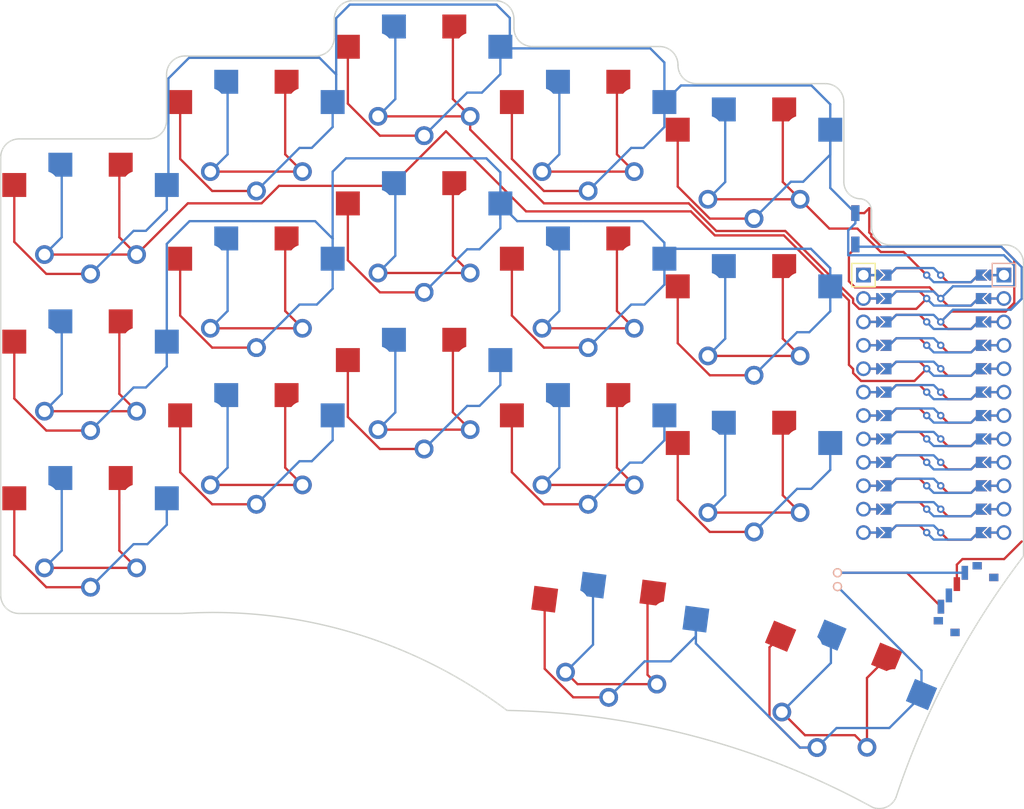
<source format=kicad_pcb>
(kicad_pcb (version 20211014) (generator pcbnew)
  (title_block (title "lazy_ferris") (rev "v1.0.0") (company "Unknown"))
  (layers (0 "F.Cu" signal) (31 "B.Cu" signal) (34 "B.Paste" user) (35 "F.Paste" user) (36 "B.SilkS" user "B.Silkscreen") (37 "F.SilkS" user "F.Silkscreen") (38 "B.Mask" user) (39 "F.Mask" user) (44 "Edge.Cuts" user))
  (net 0 "")
  (net 1 "P8")
  (net 2 "GND")
  (net 3 "P5")
  (net 4 "P2")
  (net 5 "P14")
  (net 6 "P18")
  (net 7 "P20")
  (net 8 "P7")
  (net 9 "P4")
  (net 10 "P0")
  (net 11 "P15")
  (net 12 "P19")
  (net 13 "P21")
  (net 14 "P6")
  (net 15 "P3")
  (net 16 "P1")
  (net 17 "P9")
  (net 18 "P10")
  (net 19 "RAW")
  (net 20 "RST")
  (net 21 "VCC")
  (net 22 "P16")
  (net 23 "pos")
  (footprint "lib:bat" (layer "F.Cu") (at 99.06 5.08)
    (fp_text reference "")
    (fp_text value "")
  )
  (footprint "PG1350" (layer "F.Cu") (at 72 -43)
    (fp_text reference "S23" hide)
    (fp_text value "" hide)
  )
  (footprint "Button_Switch_SMD:SW_SPST_B3U-1000P" (layer "F.Cu") (at 101 -33 90)
    (fp_text reference "")
    (fp_text value "")
  )
  (footprint "PG1350" (layer "F.Cu") (at 72 -9 180)
    (fp_text reference "S20" hide)
    (fp_text value "" hide)
  )
  (footprint "PG1350" (layer "F.Cu") (at 75 12 172.5)
    (fp_text reference "S32" hide)
    (fp_text value "" hide)
  )
  (footprint "PG1350" (layer "F.Cu") (at 54.2 -49 180)
    (fp_text reference "S18" hide)
    (fp_text value "" hide)
  )
  (footprint "PG1350" (layer "F.Cu") (at 36 -26)
    (fp_text reference "S9" hide)
    (fp_text value "" hide)
  )
  (footprint "PG1350" (layer "F.Cu") (at 72 -43 180)
    (fp_text reference "S24" hide)
    (fp_text value "" hide)
  )
  (footprint "PG1350" (layer "F.Cu") (at 72 -26 180)
    (fp_text reference "S22" hide)
    (fp_text value "" hide)
  )
  (footprint "PG1350" (layer "F.Cu") (at 18 -34 180)
    (fp_text reference "S6" hide)
    (fp_text value "" hide)
  )
  (footprint "PG1350" (layer "F.Cu") (at 90 -40 180)
    (fp_text reference "S30" hide)
    (fp_text value "" hide)
  )
  (footprint "PG1350" (layer "F.Cu") (at 54.2 -49)
    (fp_text reference "S17" hide)
    (fp_text value "" hide)
  )
  (footprint "PG1350" (layer "F.Cu") (at 90 -40)
    (fp_text reference "S29" hide)
    (fp_text value "" hide)
  )
  (footprint "PG1350" (layer "F.Cu") (at 75 12 -7.5)
    (fp_text reference "S31" hide)
    (fp_text value "" hide)
  )
  (footprint "PG1350" (layer "F.Cu") (at 54.2 -32)
    (fp_text reference "S15" hide)
    (fp_text value "" hide)
  )
  (footprint "PG1350" (layer "F.Cu") (at 18 -17)
    (fp_text reference "S3" hide)
    (fp_text value "" hide)
  )
  (footprint "PG1350" (layer "F.Cu") (at 72 -9)
    (fp_text reference "S19" hide)
    (fp_text value "" hide)
  )
  (footprint "PG1350" (layer "F.Cu") (at 54.2 -15 180)
    (fp_text reference "S14" hide)
    (fp_text value "" hide)
  )
  (footprint "PG1350" (layer "F.Cu") (at 36 -43)
    (fp_text reference "S11" hide)
    (fp_text value "" hide)
  )
  (footprint "PG1350" (layer "F.Cu") (at 36 -26 180)
    (fp_text reference "S10" hide)
    (fp_text value "" hide)
  )
  (footprint "PG1350" (layer "F.Cu") (at 18 -34)
    (fp_text reference "S5" hide)
    (fp_text value "" hide)
  )
  (footprint "PG1350" (layer "F.Cu") (at 18 0)
    (fp_text reference "S1" hide)
    (fp_text value "" hide)
  )
  (footprint "PG1350" (layer "F.Cu") (at 90 -6)
    (fp_text reference "S25" hide)
    (fp_text value "" hide)
  )
  (footprint "PG1350" (layer "F.Cu") (at 72 -26)
    (fp_text reference "S21" hide)
    (fp_text value "" hide)
  )
  (footprint "PG1350" (layer "F.Cu") (at 36 -9)
    (fp_text reference "S7" hide)
    (fp_text value "" hide)
  )
  (footprint "PG1350" (layer "F.Cu") (at 18 -17 180)
    (fp_text reference "S4" hide)
    (fp_text value "" hide)
  )
  (footprint "PG1350" (layer "F.Cu") (at 90 -23)
    (fp_text reference "S27" hide)
    (fp_text value "" hide)
  )
  (footprint "PG1350" (layer "F.Cu") (at 54.2 -32 180)
    (fp_text reference "S16" hide)
    (fp_text value "" hide)
  )
  (footprint "PG1350" (layer "F.Cu") (at 36 -9 180)
    (fp_text reference "S8" hide)
    (fp_text value "" hide)
  )
  (footprint "PG1350" (layer "F.Cu") (at 99.094915 17.848125 -22.5)
    (fp_text reference "S33" hide)
    (fp_text value "" hide)
  )
  (footprint "PG1350" (layer "F.Cu") (at 99.094915 17.848125 157.5)
    (fp_text reference "S34" hide)
    (fp_text value "" hide)
  )
  (footprint "PG1350" (layer "F.Cu") (at 18 0 180)
    (fp_text reference "S2" hide)
    (fp_text value "" hide)
  )
  (footprint "ProMicro" (layer "F.Cu") (at 109.5 -14 -90)
    (fp_text reference "MCU1" hide)
    (fp_text value "")
  )
  (footprint "PG1350" (layer "F.Cu") (at 90 -23 180)
    (fp_text reference "S28" hide)
    (fp_text value "" hide)
  )
  (footprint "Button_Switch_SMD:SW_SPDT_PCM12" (layer "F.Cu") (at 112.75 7 54.8)
    (fp_text reference "")
    (fp_text value "")
  )
  (footprint "PG1350" (layer "F.Cu") (at 36 -43 180)
    (fp_text reference "S12" hide)
    (fp_text value "" hide)
  )
  (footprint "PG1350" (layer "F.Cu") (at 90 -6 180)
    (fp_text reference "S26" hide)
    (fp_text value "" hide)
  )
  (footprint "PG1350" (layer "F.Cu") (at 54.2 -15)
    (fp_text reference "S13" hide)
    (fp_text value "" hide)
  )
  (gr_line (start 63.95 -55.75) (end 63.95 -54.775) (layer "Edge.Cuts") (width 0.15))
  (gr_arc (start 101.6 -36.25) (mid 102.421711 -35.811579) (end 102.75 -34.94) (layer "Edge.Cuts") (width 0.15))
  (gr_arc (start 27.94 8.75) (mid 46.510809 10.85806) (end 63.199863 19.271986) (layer "Edge.Cuts") (width 0.15))
  (gr_line (start 104.75 -31.25) (end 117.25 -31.25) (layer "Edge.Cuts") (width 0.15))
  (gr_line (start 10.25 -42.75) (end 24.25 -42.75) (layer "Edge.Cuts") (width 0.15))
  (gr_line (start 44.45 -53.75) (end 44.45 -55.75) (layer "Edge.Cuts") (width 0.15))
  (gr_line (start 26.25 -44.75) (end 26.25 -49.75) (layer "Edge.Cuts") (width 0.15))
  (gr_arc (start 117.25 -31.25) (mid 118.664214 -30.664214) (end 119.25 -29.25) (layer "Edge.Cuts") (width 0.15))
  (gr_arc (start 44.45 -53.75) (mid 43.864214 -52.335786) (end 42.45 -51.75) (layer "Edge.Cuts") (width 0.15))
  (gr_arc (start 63.199863 19.271986) (mid 83.674597 22.11679) (end 102.87 29.787784) (layer "Edge.Cuts") (width 0.15))
  (gr_arc (start 44.45 -55.75) (mid 45.035786 -57.164214) (end 46.45 -57.75) (layer "Edge.Cuts") (width 0.15))
  (gr_line (start 99.75 -38.0678) (end 99.75 -46.75) (layer "Edge.Cuts") (width 0.15))
  (gr_arc (start 101.6 -36.25) (mid 100.298233 -36.775459) (end 99.75 -38.0678) (layer "Edge.Cuts") (width 0.15))
  (gr_arc (start 61.95 -57.75) (mid 63.364214 -57.164214) (end 63.95 -55.75) (layer "Edge.Cuts") (width 0.15))
  (gr_arc (start 10.25 8.75) (mid 8.835786 8.164214) (end 8.25 6.75) (layer "Edge.Cuts") (width 0.15))
  (gr_line (start 8.25 6.75) (end 8.25 -40.75) (layer "Edge.Cuts") (width 0.15))
  (gr_line (start 102.75 -34.94) (end 102.75 -33.25) (layer "Edge.Cuts") (width 0.15))
  (gr_line (start 46.45 -57.75) (end 61.95 -57.75) (layer "Edge.Cuts") (width 0.15))
  (gr_arc (start 8.25 -40.75) (mid 8.835786 -42.164214) (end 10.25 -42.75) (layer "Edge.Cuts") (width 0.15))
  (gr_line (start 81.75 -50.775) (end 81.75 -50.75) (layer "Edge.Cuts") (width 0.15))
  (gr_arc (start 104.75 -31.25) (mid 103.335786 -31.835786) (end 102.75 -33.25) (layer "Edge.Cuts") (width 0.15))
  (gr_arc (start 97.75 -48.75) (mid 99.164214 -48.164214) (end 99.75 -46.75) (layer "Edge.Cuts") (width 0.15))
  (gr_line (start 83.75 -48.75) (end 97.75 -48.75) (layer "Edge.Cuts") (width 0.15))
  (gr_arc (start 105.41 28.705391) (mid 111.24757 15.045223) (end 119.25 2.529692) (layer "Edge.Cuts") (width 0.15))
  (gr_arc (start 65.95 -52.775) (mid 64.535786 -53.360786) (end 63.95 -54.775) (layer "Edge.Cuts") (width 0.15))
  (gr_line (start 10.25 8.75) (end 27.94 8.75) (layer "Edge.Cuts") (width 0.15))
  (gr_arc (start 105.41 28.705391) (mid 104.360858 29.764865) (end 102.87 29.787784) (layer "Edge.Cuts") (width 0.15))
  (gr_arc (start 83.75 -48.75) (mid 82.335786 -49.335786) (end 81.75 -50.75) (layer "Edge.Cuts") (width 0.15))
  (gr_arc (start 26.25 -49.75) (mid 26.835786 -51.164214) (end 28.25 -51.75) (layer "Edge.Cuts") (width 0.15))
  (gr_arc (start 79.75 -52.775) (mid 81.164214 -52.189214) (end 81.75 -50.775) (layer "Edge.Cuts") (width 0.15))
  (gr_line (start 28.25 -51.75) (end 42.45 -51.75) (layer "Edge.Cuts") (width 0.15))
  (gr_arc (start 26.25 -44.75) (mid 25.664214 -43.335786) (end 24.25 -42.75) (layer "Edge.Cuts") (width 0.15))
  (gr_line (start 119.25 2.529692) (end 119.25 -29.25) (layer "Edge.Cuts") (width 0.15))
  (gr_line (start 65.95 -52.775) (end 79.75 -52.775) (layer "Edge.Cuts") (width 0.15))
  (segment (start 21.275 -5.95) (end 21.124999 -5.799999) (width 0.25) (layer "F.Cu") (net 1))
  (segment (start 21.124999 1.924999) (end 23 3.8) (width 0.25) (layer "F.Cu") (net 1))
  (segment (start 23 3.8) (end 13 3.8) (width 0.25) (layer "F.Cu") (net 1))
  (segment (start 21.124999 -5.799999) (end 21.124999 1.924999) (width 0.25) (layer "F.Cu") (net 1))
  (segment (start 14.875001 -5.799999) (end 14.875001 1.924999) (width 0.25) (layer "B.Cu") (net 1))
  (segment (start 14.725 -5.95) (end 14.875001 -5.799999) (width 0.25) (layer "B.Cu") (net 1))
  (segment (start 14.875001 1.924999) (end 13 3.8) (width 0.25) (layer "B.Cu") (net 1))
  (segment (start 31.203539 -3.1) (end 27.725 -6.578539) (width 0.25) (layer "F.Cu") (net 2))
  (segment (start 70.38498 17.849525) (end 67.285267 14.749812) (width 0.25) (layer "F.Cu") (net 2))
  (segment (start 31.203539 -37.1) (end 27.725 -40.578539) (width 0.25) (layer "F.Cu") (net 2))
  (segment (start 13.203539 -11.1) (end 9.725 -14.578539) (width 0.25) (layer "F.Cu") (net 2))
  (segment (start 63.725 -23.578539) (end 63.725 -29.75) (width 0.25) (layer "F.Cu") (net 2))
  (segment (start 85.203539 -34.1) (end 81.725 -37.578539) (width 0.25) (layer "F.Cu") (net 2))
  (segment (start 45.925 -12.578539) (end 45.925 -18.75) (width 0.25) (layer "F.Cu") (net 2))
  (segment (start 101 -31.3) (end 101 -30.9) (width 0.25) (layer "F.Cu") (net 2))
  (segment (start 18 -11.1) (end 13.203539 -11.1) (width 0.25) (layer "F.Cu") (net 2))
  (segment (start 94.978423 23.299014) (end 91.68032 20.000911) (width 0.25) (layer "F.Cu") (net 2))
  (segment (start 13.203539 -28.1) (end 9.725 -31.578539) (width 0.25) (layer "F.Cu") (net 2))
  (segment (start 45.925 -46.578539) (end 45.925 -52.75) (width 0.25) (layer "F.Cu") (net 2))
  (segment (start 100.958 -26.642) (end 109.05 -26.642) (width 0.25) (layer "F.Cu") (net 2))
  (segment (start 109.05 -26.642) (end 110.262 -25.43) (width 0.25) (layer "F.Cu") (net 2))
  (segment (start 67.203539 -37.1) (end 63.725 -40.578539) (width 0.25) (layer "F.Cu") (net 2))
  (segment (start 72 -3.1) (end 67.203539 -3.1) (width 0.25) (layer "F.Cu") (net 2))
  (segment (start 67.203539 -20.1) (end 63.725 -23.578539) (width 0.25) (layer "F.Cu") (net 2))
  (segment (start 100.3 -27.3) (end 100.958 -26.642) (width 0.25) (layer "F.Cu") (net 2))
  (segment (start 74.229895 17.849525) (end 70.38498 17.849525) (width 0.25) (layer "F.Cu") (net 2))
  (segment (start 31.203539 -20.1) (end 27.725 -23.578539) (width 0.25) (layer "F.Cu") (net 2))
  (segment (start 96.837083 23.299014) (end 94.978423 23.299014) (width 0.25) (layer "F.Cu") (net 2))
  (segment (start 91.68032 12.421426) (end 92.884875 11.216871) (width 0.25) (layer "F.Cu") (net 2))
  (segment (start 81.725 -3.578539) (end 81.725 -9.75) (width 0.25) (layer "F.Cu") (net 2))
  (segment (start 27.725 -40.578539) (end 27.725 -46.75) (width 0.25) (layer "F.Cu") (net 2))
  (segment (start 63.725 -40.578539) (end 63.725 -46.75) (width 0.25) (layer "F.Cu") (net 2))
  (segment (start 9.725 2.421461) (end 9.725 -3.75) (width 0.25) (layer "F.Cu") (net 2))
  (segment (start 100.3 -30.2) (end 100.3 -27.3) (width 0.25) (layer "F.Cu") (net 2))
  (segment (start 54.2 -9.1) (end 49.403539 -9.1) (width 0.25) (layer "F.Cu") (net 2))
  (segment (start 90 -0.1) (end 85.203539 -0.1) (width 0.25) (layer "F.Cu") (net 2))
  (segment (start 13.203539 5.9) (end 9.725 2.421461) (width 0.25) (layer "F.Cu") (net 2))
  (segment (start 49.403539 -43.1) (end 45.925 -46.578539) (width 0.25) (layer "F.Cu") (net 2))
  (segment (start 81.725 -37.578539) (end 81.725 -43.75) (width 0.25) (layer "F.Cu") (net 2))
  (segment (start 36 -37.1) (end 31.203539 -37.1) (width 0.25) (layer "F.Cu") (net 2))
  (segment (start 18 5.9) (end 13.203539 5.9) (width 0.25) (layer "F.Cu") (net 2))
  (segment (start 90 -17.1) (end 85.203539 -17.1) (width 0.25) (layer "F.Cu") (net 2))
  (segment (start 36 -20.1) (end 31.203539 -20.1) (width 0.25) (layer "F.Cu") (net 2))
  (segment (start 45.925 -29.578539) (end 45.925 -35.75) (width 0.25) (layer "F.Cu") (net 2))
  (segment (start 63.725 -6.578539) (end 63.725 -12.75) (width 0.25) (layer "F.Cu") (net 2))
  (segment (start 67.285267 14.749812) (end 67.285267 7.201978) (width 0.25) (layer "F.Cu") (net 2))
  (segment (start 54.2 -26.1) (end 49.403539 -26.1) (width 0.25) (layer "F.Cu") (net 2))
  (segment (start 9.725 -14.578539) (end 9.725 -20.75) (width 0.25) (layer "F.Cu") (net 2))
  (segment (start 85.203539 -0.1) (end 81.725 -3.578539) (width 0.25) (layer "F.Cu") (net 2))
  (segment (start 49.403539 -26.1) (end 45.925 -29.578539) (width 0.25) (layer "F.Cu") (net 2))
  (segment (start 9.725 -31.578539) (end 9.725 -37.75) (width 0.25) (layer "F.Cu") (net 2))
  (segment (start 36 -3.1) (end 31.203539 -3.1) (width 0.25) (layer "F.Cu") (net 2))
  (segment (start 91.68032 20.000911) (end 91.68032 12.421426) (width 0.25) (layer "F.Cu") (net 2))
  (segment (start 81.725 -20.578539) (end 81.725 -26.75) (width 0.25) (layer "F.Cu") (net 2))
  (segment (start 101 -30.9) (end 100.3 -30.2) (width 0.25) (layer "F.Cu") (net 2))
  (segment (start 72 -37.1) (end 67.203539 -37.1) (width 0.25) (layer "F.Cu") (net 2))
  (segment (start 85.203539 -17.1) (end 81.725 -20.578539) (width 0.25) (layer "F.Cu") (net 2))
  (segment (start 27.725 -23.578539) (end 27.725 -29.75) (width 0.25) (layer "F.Cu") (net 2))
  (segment (start 54.2 -43.1) (end 49.403539 -43.1) (width 0.25) (layer "F.Cu") (net 2))
  (segment (start 67.203539 -3.1) (end 63.725 -6.578539) (width 0.25) (layer "F.Cu") (net 2))
  (segment (start 72 -20.1) (end 67.203539 -20.1) (width 0.25) (layer "F.Cu") (net 2))
  (segment (start 90 -34.1) (end 85.203539 -34.1) (width 0.25) (layer "F.Cu") (net 2))
  (segment (start 49.403539 -9.1) (end 45.925 -12.578539) (width 0.25) (layer "F.Cu") (net 2))
  (segment (start 27.725 -6.578539) (end 27.725 -12.75) (width 0.25) (layer "F.Cu") (net 2))
  (segment (start 18 -28.1) (end 13.203539 -28.1) (width 0.25) (layer "F.Cu") (net 2))
  (segment (start 42.007785 -41.774099) (end 44.275 -44.041314) (width 0.25) (layer "B.Cu") (net 2))
  (segment (start 101 -34.7) (end 101 -33.6) (width 0.25) (layer "B.Cu") (net 2))
  (segment (start 94 -38.1) (end 90 -34.1) (width 0.25) (layer "B.Cu") (net 2))
  (segment (start 83.693679 9.362186) (end 83.693679 11.210848) (width 0.25) (layer "B.Cu") (net 2))
  (segment (start 45.72 -40.64) (end 60.96 -40.64) (width 0.25) (layer "B.Cu") (net 2))
  (segment (start 24.007785 -15.774099) (end 26.275 -18.041314) (width 0.25) (layer "B.Cu") (net 2))
  (segment (start 58.874099 -47.774099) (end 60.474099 -47.774099) (width 0.25) (layer "B.Cu") (net 2))
  (segment (start 26.45 -37.925) (end 26.45 -49.31) (width 0.25) (layer "B.Cu") (net 2))
  (segment (start 44.275 -31.925) (end 44.275 -29.75) (width 0.25) (layer "B.Cu") (net 2))
  (segment (start 77.934999 -33.825001) (end 80.275 -31.485) (width 0.25) (layer "B.Cu") (net 2))
  (segment (start 18 5.9) (end 22.674099 1.225901) (width 0.25) (layer "B.Cu") (net 2))
  (segment (start 78.114099 -24.774099) (end 76.674099 -24.774099) (width 0.25) (layer "B.Cu") (net 2))
  (segment (start 104.684037 21.178785) (end 98.957312 21.178785) (width 0.25) (layer "B.Cu") (net 2))
  (segment (start 26.45 -49.31) (end 28.69 -51.55) (width 0.25) (layer "B.Cu") (net 2))
  (segment (start 58.874099 -30.774099) (end 60.207785 -30.774099) (width 0.25) (layer "B.Cu") (net 2))
  (segment (start 111.586 -26.754) (end 110.262 -25.43) (width 0.25) (layer "B.Cu") (net 2))
  (segment (start 76.52 -7.62) (end 72 -3.1) (width 0.25) (layer "B.Cu") (net 2))
  (segment (start 76.674099 -24.774099) (end 72 -20.1) (width 0.25) (layer "B.Cu") (net 2))
  (segment (start 96.007785 -21.774099) (end 98.275 -24.041314) (width 0.25) (layer "B.Cu") (net 2))
  (segment (start 60.207785 -13.774099) (end 62.475 -16.041314) (width 0.25) (layer "B.Cu") (net 2))
  (segment (start 36 -3.1) (end 40.674099 -7.774099) (width 0.25) (layer "B.Cu") (net 2))
  (segment (start 40.674099 -7.774099) (end 42.007785 -7.774099) (width 0.25) (layer "B.Cu") (net 2))
  (segment (start 96.214099 -4.774099) (end 94.674099 -4.774099) (width 0.25) (layer "B.Cu") (net 2))
  (segment (start 44.275 -44.041314) (end 44.275 -46.75) (width 0.25) (layer "B.Cu") (net 2))
  (segment (start 98.957312 21.178785) (end 96.837083 23.299014) (width 0.25) (layer "B.Cu") (net 2))
  (segment (start 44.275 -26.495) (end 44.275 -29.75) (width 0.25) (layer "B.Cu") (net 2))
  (segment (start 60.96 -40.64) (end 62.475 -39.125) (width 0.25) (layer "B.Cu") (net 2))
  (segment (start 108.175081 17.550282) (end 108.175081 17.687741) (width 0.25) (layer "B.Cu") (net 2))
  (segment (start 46.130434 -57.327216) (end 62.052784 -57.327216) (width 0.25) (layer "B.Cu") (net 2))
  (segment (start 80.275 -10.041314) (end 77.853686 -7.62) (width 0.25) (layer "B.Cu") (net 2))
  (segment (start 24.174099 1.225901) (end 26.275 -0.875) (width 0.25) (layer "B.Cu") (net 2))
  (segment (start 36 -20.1) (end 40.674099 -24.774099) (width 0.25) (layer "B.Cu") (net 2))
  (segment (start 101 -33.6) (end 100.225 -32.825) (width 0.25) (layer "B.Cu") (net 2))
  (segment (start 98.275 -28.725) (end 98.275 -26.75) (width 0.25) (layer "B.Cu") (net 2))
  (segment (start 94.978423 23.299014) (end 96.837083 23.299014) (width 0.25) (layer "B.Cu") (net 2))
  (segment (start 83.693679 12.01427) (end 94.978423 23.299014) (width 0.25) (layer "B.Cu") (net 2))
  (segment (start 80.275 -12.75) (end 80.275 -10.041314) (width 0.25) (layer "B.Cu") (net 2))
  (segment (start 26.275 -37.75) (end 26.275 -35.041314) (width 0.25) (layer "B.Cu") (net 2))
  (segment (start 117.128604 -30.125) (end 118.245 -29.008604) (width 0.25) (layer "B.Cu") (net 2))
  (segment (start 26.275 -20.75) (end 26.275 -31.355) (width 0.25) (layer "B.Cu") (net 2))
  (segment (start 26.275 -18.041314) (end 26.275 -20.75) (width 0.25) (layer "B.Cu") (net 2))
  (segment (start 24.007785 -32.774099) (end 22.674099 -32.774099) (width 0.25) (layer "B.Cu") (net 2))
  (segment (start 83.693679 11.210848) (end 80.960732 13.943795) (width 0.25) (layer "B.Cu") (net 2))
  (segment (start 22.674099 1.225901) (end 24.174099 1.225901) (width 0.25) (layer "B.Cu") (net 2))
  (segment (start 80.275 -51.04) (end 78.74 -52.575) (width 0.25) (layer "B.Cu") (net 2))
  (segment (start 98.275 -37.425) (end 98.275 -43.75) (width 0.25) (layer "B.Cu") (net 2))
  (segment (start 80.275 -26.935) (end 78.114099 -24.774099) (width 0.25) (layer "B.Cu") (net 2))
  (segment (start 54.2 -26.1) (end 58.874099 -30.774099) (width 0.25) (layer "B.Cu") (net 2))
  (segment (start 44.656881 -55.853663) (end 46.130434 -57.327216) (width 0.25) (layer "B.Cu") (net 2))
  (segment (start 64.305001 -33.825001) (end 77.934999 -33.825001) (width 0.25) (layer "B.Cu") (net 2))
  (segment (start 80.960732 13.943795) (end 78.135625 13.943795) (width 0.25) (layer "B.Cu") (net 2))
  (segment (start 28.69 -51.55) (end 42.843762 -51.55) (width 0.25) (layer "B.Cu") (net 2))
  (segment (start 62.475 -35.655002) (end 62.475 -35.75) (width 0.25) (layer "B.Cu") (net 2))
  (segment (start 80.275 -46.75) (end 80.275 -51.04) (width 0.25) (layer "B.Cu") (net 2))
  (segment (start 40.674099 -41.774099) (end 42.007785 -41.774099) (width 0.25) (layer "B.Cu") (net 2))
  (segment (start 62.475 -49.775) (end 62.475 -52.75) (width 0.25) (layer "B.Cu") (net 2))
  (segment (start 96.174999 -30.825001) (end 98.275 -28.725) (width 0.25) (layer "B.Cu") (net 2))
  (segment (start 62.91 -52.75) (end 62.475 -52.75) (width 0.25) (layer "B.Cu") (net 2))
  (segment (start 36 -37.1) (end 40.674099 -41.774099) (width 0.25) (layer "B.Cu") (net 2))
  (segment (start 63.5 -53.34) (end 62.91 -52.75) (width 0.25) (layer "B.Cu") (net 2))
  (segment (start 44.275 -31.925) (end 44.275 -39.195) (width 0.25) (layer "B.Cu") (net 2))
  (segment (start 22.674099 -32.774099) (end 18 -28.1) (width 0.25) (layer "B.Cu") (net 2))
  (segment (start 26.275 -35.041314) (end 24.007785 -32.774099) (width 0.25) (layer "B.Cu") (net 2))
  (segment (start 80.275 -44.041314) (end 80.275 -46.75) (width 0.25) (layer "B.Cu") (net 2))
  (segment (start 44.656881 -47.131881) (end 44.656881 -49.736881) (width 0.25) (layer "B.Cu") (net 2))
  (segment (start 26.275 -31.355) (end 28.745001 -33.825001) (width 0.25) (layer "B.Cu") (net 2))
  (segment (start 94.674099 -4.774099) (end 90 -0.1) (width 0.25) (layer "B.Cu") (net 2))
  (segment (start 80.275 -29.75) (end 81.350001 -30.825001) (width 0.25) (layer "B.Cu") (net 2))
  (segment (start 18 -11.1) (end 22.674099 -15.774099) (width 0.25) (layer "B.Cu") (net 2))
  (segment (start 99.06 5.83) (end 108.175081 14.945081) (width 0.25) (layer "B.Cu") (net 2))
  (segment (start 80.275 -29.75) (end 80.275 -26.935) (width 0.25) (layer "B.Cu") (net 2))
  (segment (start 44.275 -39.195) (end 45.72 -40.64) (width 0.25) (layer "B.Cu") (net 2))
  (segment (start 118.245 -26.845) (end 118.154 -26.754) (width 0.25) (layer "B.Cu") (net 2))
  (segment (start 98.275 -9.75) (end 98.275 -6.835) (width 0.25) (layer "B.Cu") (net 2))
  (segment (start 22.674099 -15.774099) (end 24.007785 -15.774099) (width 0.25) (layer "B.Cu") (net 2))
  (segment (start 100.225 -32.825) (end 100.225 -30.125) (width 0.25) (layer "B.Cu") (net 2))
  (segment (start 42.843762 -51.55) (end 44.656881 -49.736881) (width 0.25) (layer "B.Cu") (net 2))
  (segment (start 98.275 -6.835) (end 96.214099 -4.774099) (width 0.25) (layer "B.Cu") (net 2))
  (segment (start 77.853686 -7.62) (end 76.52 -7.62) (width 0.25) (layer "B.Cu") (net 2))
  (segment (start 58.874099 -13.774099) (end 60.207785 -13.774099) (width 0.25) (layer "B.Cu") (net 2))
  (segment (start 62.475 -16.041314) (end 62.475 -18.75) (width 0.25) (layer "B.Cu") (net 2))
  (segment (start 44.656881 -49.736881) (end 44.656881 -55.853663) (width 0.25) (layer "B.Cu") (net 2))
  (segment (start 62.475 -35.75) (end 62.475 -34.045) (width 0.25) (layer "B.Cu") (net 2))
  (segment (start 42.007785 -7.774099) (end 44.275 -10.041314) (width 0.25) (layer "B.Cu") (net 2))
  (segment (start 96.23 -48.55) (end 82.075 -48.55) (width 0.25) (layer "B.Cu") (net 2))
  (segment (start 94.674099 -21.774099) (end 96.007785 -21.774099) (width 0.25) (layer "B.Cu") (net 2))
  (segment (start 28.745001 -33.825001) (end 42.374999 -33.825001) (width 0.25) (layer "B.Cu") (net 2))
  (segment (start 95.333686 -38.1) (end 94 -38.1) (width 0.25) (layer "B.Cu") (net 2))
  (segment (start 62.475 -33.041314) (end 62.475 -35.75) (width 0.25) (layer "B.Cu") (net 2))
  (segment (start 62.052784 -57.327216) (end 63.5 -55.88) (width 0.25) (layer "B.Cu") (net 2))
  (segment (start 78.74 -52.575) (end 62.65 -52.575) (width 0.25) (layer "B.Cu") (net 2))
  (segment (start 26.275 -37.75) (end 26.566271 -38.041271) (width 0.25) (layer "B.Cu") (net 2))
  (segment (start 63.5 -55.88) (end 63.5 -53.34) (width 0.25) (layer "B.Cu") (net 2))
  (segment (start 42.374999 -33.825001) (end 44.275 -31.925) (width 0.25) (layer "B.Cu") (net 2))
  (segment (start 118.154 -26.754) (end 111.586 -26.754) (width 0.25) (layer "B.Cu") (net 2))
  (segment (start 26.275 -37.75) (end 26.45 -37.925) (width 0.25) (layer "B.Cu") (net 2))
  (segment (start 82.075 -48.55) (end 80.275 -46.75) (width 0.25) (layer "B.Cu") (net 2))
  (segment (start 100.225 -30.125) (end 117.128604 -30.125) (width 0.25) (layer "B.Cu") (net 2))
  (segment (start 118.245 -29.008604) (end 118.245 -26.845) (width 0.25) (layer "B.Cu") (net 2))
  (segment (start 80.275 -31.485) (end 80.275 -29.75) (width 0.25) (layer "B.Cu") (net 2))
  (segment (start 40.674099 -24.774099) (end 42.554099 -24.774099) (width 0.25) (layer "B.Cu") (net 2))
  (segment (start 60.474099 -47.774099) (end 62.475 -49.775) (width 0.25) (layer "B.Cu") (net 2))
  (segment (start 98.275 -24.041314) (end 98.275 -26.75) (width 0.25) (layer "B.Cu") (net 2))
  (segment (start 101 -34.7) (end 98.275 -37.425) (width 0.25) (layer "B.Cu") (net 2))
  (segment (start 54.2 -43.1) (end 58.874099 -47.774099) (width 0.25) (layer "B.Cu") (net 2))
  (segment (start 98.275 -41.041314) (end 98.275 -43.75) (width 0.25) (layer "B.Cu") (net 2))
  (segment (start 60.207785 -30.774099) (end 62.475 -33.041314) (width 0.25) (layer "B.Cu") (net 2))
  (segment (start 108.175081 17.687741) (end 104.684037 21.178785) (width 0.25) (layer "B.Cu") (net 2))
  (segment (start 44.275 -10.041314) (end 44.275 -12.75) (width 0.25) (layer "B.Cu") (net 2))
  (segment (start 62.475 -39.125) (end 62.475 -35.75) (width 0.25) (layer "B.Cu") (net 2))
  (segment (start 54.2 -9.1) (end 58.874099 -13.774099) (width 0.25) (layer "B.Cu") (net 2))
  (segment (start 95.333686 -38.1) (end 98.275 -41.041314) (width 0.25) (layer "B.Cu") (net 2))
  (segment (start 90 -17.1) (end 94.674099 -21.774099) (width 0.25) (layer "B.Cu") (net 2))
  (segment (start 64.305001 -33.825001) (end 62.475 -35.655002) (width 0.25) (layer "B.Cu") (net 2))
  (segment (start 76.674099 -41.774099) (end 78.007785 -41.774099) (width 0.25) (layer "B.Cu") (net 2))
  (segment (start 81.350001 -30.825001) (end 96.174999 -30.825001) (width 0.25) (layer "B.Cu") (net 2))
  (segment (start 44.275 -46.75) (end 44.656881 -47.131881) (width 0.25) (layer "B.Cu") (net 2))
  (segment (start 98.275 -46.505) (end 96.23 -48.55) (width 0.25) (layer "B.Cu") (net 2))
  (segment (start 78.135625 13.943795) (end 74.229895 17.849525) (width 0.25) (layer "B.Cu") (net 2))
  (segment (start 62.65 -52.575) (end 62.475 -52.75) (width 0.25) (layer "B.Cu") (net 2))
  (segment (start 72 -37.1) (end 76.674099 -41.774099) (width 0.25) (layer "B.Cu") (net 2))
  (segment (start 98.275 -43.75) (end 98.275 -46.505) (width 0.25) (layer "B.Cu") (net 2))
  (segment (start 42.554099 -24.774099) (end 44.275 -26.495) (width 0.25) (layer "B.Cu") (net 2))
  (segment (start 108.175081 14.945081) (end 108.175081 17.550282) (width 0.25) (layer "B.Cu") (net 2))
  (segment (start 26.275 -0.875) (end 26.275 -3.75) (width 0.25) (layer "B.Cu") (net 2))
  (segment (start 78.007785 -41.774099) (end 80.275 -44.041314) (width 0.25) (layer "B.Cu") (net 2))
  (segment (start 83.693679 9.362186) (end 83.693679 12.01427) (width 0.25) (layer "B.Cu") (net 2))
  (segment (start 23 -13.2) (end 13 -13.2) (width 0.25) (layer "F.Cu") (net 3))
  (segment (start 21.124999 -15.075001) (end 23 -13.2) (width 0.25) (layer "F.Cu") (net 3))
  (segment (start 21.275 -22.95) (end 21.124999 -22.799999) (width 0.25) (layer "F.Cu") (net 3))
  (segment (start 21.124999 -22.799999) (end 21.124999 -15.075001) (width 0.25) (layer "F.Cu") (net 3))
  (segment (start 14.875001 -22.799999) (end 14.875001 -15.075001) (width 0.25) (layer "B.Cu") (net 3))
  (segment (start 14.875001 -15.075001) (end 13 -13.2) (width 0.25) (layer "B.Cu") (net 3))
  (segment (start 14.725 -22.95) (end 14.875001 -22.799999) (width 0.25) (layer "B.Cu") (net 3))
  (segment (start 101.617009 -16.482) (end 107.41 -16.482) (width 0.25) (layer "F.Cu") (net 4))
  (segment (start 85.751445 -32.279302) (end 93.239302 -32.279302) (width 0.25) (layer "F.Cu") (net 4))
  (segment (start 56.573225 -43.576764) (end 65.264616 -34.885373) (width 0.25) (layer "F.Cu") (net 4))
  (segment (start 93.239302 -32.279302) (end 100.305 -25.213604) (width 0.25) (layer "F.Cu") (net 4))
  (segment (start 65.264616 -34.885373) (end 83.145374 -34.885373) (width 0.25) (layer "F.Cu") (net 4))
  (segment (start 38.451922 -37.655461) (end 50.651922 -37.655461) (width 0.25) (layer "F.Cu") (net 4))
  (segment (start 83.145374 -34.885373) (end 85.751445 -32.279302) (width 0.25) (layer "F.Cu") (net 4))
  (segment (start 36.555461 -35.759) (end 38.451922 -37.655461) (width 0.25) (layer "F.Cu") (net 4))
  (segment (start 21.124999 -39.799999) (end 21.124999 -32.075001) (width 0.25) (layer "F.Cu") (net 4))
  (segment (start 100.755 -17.78) (end 100.755 -17.344009) (width 0.25) (layer "F.Cu") (net 4))
  (segment (start 28.559 -35.759) (end 36.555461 -35.759) (width 0.25) (layer "F.Cu") (net 4))
  (segment (start 21.124999 -32.075001) (end 23 -30.2) (width 0.25) (layer "F.Cu") (net 4))
  (segment (start 50.651922 -37.655461) (end 56.573225 -43.576764) (width 0.25) (layer "F.Cu") (net 4))
  (segment (start 100.755 -17.344009) (end 101.617009 -16.482) (width 0.25) (layer "F.Cu") (net 4))
  (segment (start 23 -30.2) (end 28.559 -35.759) (width 0.25) (layer "F.Cu") (net 4))
  (segment (start 100.305 -25.213604) (end 100.305 -18.23) (width 0.25) (layer "F.Cu") (net 4))
  (segment (start 107.41 -16.482) (end 108.738 -17.81) (width 0.25) (layer "F.Cu") (net 4))
  (segment (start 21.275 -39.95) (end 21.124999 -39.799999) (width 0.25) (layer "F.Cu") (net 4))
  (segment (start 23 -30.2) (end 13 -30.2) (width 0.25) (layer "F.Cu") (net 4))
  (segment (start 100.305 -18.23) (end 100.755 -17.78) (width 0.25) (layer "F.Cu") (net 4))
  (segment (start 14.875001 -32.075001) (end 13 -30.2) (width 0.25) (layer "B.Cu") (net 4))
  (segment (start 14.875001 -39.799999) (end 14.875001 -32.075001) (width 0.25) (layer "B.Cu") (net 4))
  (segment (start 14.725 -39.95) (end 14.875001 -39.799999) (width 0.25) (layer "B.Cu") (net 4))
  (segment (start 39.124999 -7.075001) (end 41 -5.2) (width 0.25) (layer "F.Cu") (net 5))
  (segment (start 41 -5.2) (end 31 -5.2) (width 0.25) (layer "F.Cu") (net 5))
  (segment (start 39.124999 -14.799999) (end 39.124999 -7.075001) (width 0.25) (layer "F.Cu") (net 5))
  (segment (start 39.275 -14.95) (end 39.124999 -14.799999) (width 0.25) (layer "F.Cu") (net 5))
  (segment (start 32.725 -14.95) (end 32.875001 -14.799999) (width 0.25) (layer "B.Cu") (net 5))
  (segment (start 32.875001 -14.799999) (end 32.875001 -7.075001) (width 0.25) (layer "B.Cu") (net 5))
  (segment (start 32.875001 -7.075001) (end 31 -5.2) (width 0.25) (layer "B.Cu") (net 5))
  (segment (start 41 -22.2) (end 31 -22.2) (width 0.25) (layer "F.Cu") (net 6))
  (segment (start 39.275 -31.95) (end 39.124999 -31.799999) (width 0.25) (layer "F.Cu") (net 6))
  (segment (start 39.124999 -24.075001) (end 41 -22.2) (width 0.25) (layer "F.Cu") (net 6))
  (segment (start 39.124999 -31.799999) (end 39.124999 -24.075001) (width 0.25) (layer "F.Cu") (net 6))
  (segment (start 32.725 -31.95) (end 32.875001 -31.799999) (width 0.25) (layer "B.Cu") (net 6))
  (segment (start 32.875001 -31.799999) (end 32.875001 -24.075001) (width 0.25) (layer "B.Cu") (net 6))
  (segment (start 32.875001 -24.075001) (end 31 -22.2) (width 0.25) (layer "B.Cu") (net 6))
  (segment (start 39.124999 -48.799999) (end 39.124999 -41.075001) (width 0.25) (layer "F.Cu") (net 7))
  (segment (start 39.275 -48.95) (end 39.124999 -48.799999) (width 0.25) (layer "F.Cu") (net 7))
  (segment (start 39.124999 -41.075001) (end 41 -39.2) (width 0.25) (layer "F.Cu") (net 7))
  (segment (start 41 -39.2) (end 31 -39.2) (width 0.25) (layer "F.Cu") (net 7))
  (segment (start 32.875001 -48.799999) (end 32.875001 -41.075001) (width 0.25) (layer "B.Cu") (net 7))
  (segment (start 32.875001 -41.075001) (end 31 -39.2) (width 0.25) (layer "B.Cu") (net 7))
  (segment (start 32.725 -48.95) (end 32.875001 -48.799999) (width 0.25) (layer "B.Cu") (net 7))
  (segment (start 57.324999 -13.075001) (end 59.2 -11.2) (width 0.25) (layer "F.Cu") (net 8))
  (segment (start 57.475 -20.95) (end 57.324999 -20.799999) (width 0.25) (layer "F.Cu") (net 8))
  (segment (start 59.2 -11.2) (end 49.2 -11.2) (width 0.25) (layer "F.Cu") (net 8))
  (segment (start 57.324999 -20.799999) (end 57.324999 -13.075001) (width 0.25) (layer "F.Cu") (net 8))
  (segment (start 50.925 -20.95) (end 51.075001 -20.799999) (width 0.25) (layer "B.Cu") (net 8))
  (segment (start 51.075001 -20.799999) (end 51.075001 -13.075001) (width 0.25) (layer "B.Cu") (net 8))
  (segment (start 51.075001 -13.075001) (end 49.2 -11.2) (width 0.25) (layer "B.Cu") (net 8))
  (segment (start 57.324999 -37.799999) (end 57.324999 -30.075001) (width 0.25) (layer "F.Cu") (net 9))
  (segment (start 59.2 -28.2) (end 49.2 -28.2) (width 0.25) (layer "F.Cu") (net 9))
  (segment (start 57.475 -37.95) (end 57.324999 -37.799999) (width 0.25) (layer "F.Cu") (net 9))
  (segment (start 57.324999 -30.075001) (end 59.2 -28.2) (width 0.25) (layer "F.Cu") (net 9))
  (segment (start 50.925 -37.95) (end 51.075001 -37.799999) (width 0.25) (layer "B.Cu") (net 9))
  (segment (start 51.075001 -30.075001) (end 49.2 -28.2) (width 0.25) (layer "B.Cu") (net 9))
  (segment (start 51.075001 -37.799999) (end 51.075001 -30.075001) (width 0.25) (layer "B.Cu") (net 9))
  (segment (start 100.755 -25.4) (end 100.755 -24.964009) (width 0.25) (layer "F.Cu") (net 10))
  (segment (start 57.475 -54.95) (end 57.324999 -54.799999) (width 0.25) (layer "F.Cu") (net 10))
  (segment (start 100.755 -24.964009) (end 101.414009 -24.305) (width 0.25) (layer "F.Cu") (net 10))
  (segment (start 59.2 -45.2) (end 59.2 -43.76316) (width 0.25) (layer "F.Cu") (net 10))
  (segment (start 85.908143 -32.759) (end 93.396 -32.759) (width 0.25) (layer "F.Cu") (net 10))
  (segment (start 57.324999 -54.799999) (end 57.324999 -47.075001) (width 0.25) (layer "F.Cu") (net 10))
  (segment (start 67.20416 -35.759) (end 82.908143 -35.759) (width 0.25) (layer "F.Cu") (net 10))
  (segment (start 57.324999 -47.075001) (end 59.2 -45.2) (width 0.25) (layer "F.Cu") (net 10))
  (segment (start 101.414009 -24.305) (end 107.613 -24.305) (width 0.25) (layer "F.Cu") (net 10))
  (segment (start 107.613 -24.305) (end 108.738 -25.43) (width 0.25) (layer "F.Cu") (net 10))
  (segment (start 59.2 -43.76316) (end 67.20416 -35.759) (width 0.25) (layer "F.Cu") (net 10))
  (segment (start 82.908143 -35.759) (end 85.908143 -32.759) (width 0.25) (layer "F.Cu") (net 10))
  (segment (start 59.2 -45.2) (end 49.2 -45.2) (width 0.25) (layer "F.Cu") (net 10))
  (segment (start 93.396 -32.759) (end 100.755 -25.4) (width 0.25) (layer "F.Cu") (net 10))
  (segment (start 51.075001 -47.075001) (end 49.2 -45.2) (width 0.25) (layer "B.Cu") (net 10))
  (segment (start 50.925 -54.95) (end 51.075001 -54.799999) (width 0.25) (layer "B.Cu") (net 10))
  (segment (start 51.075001 -54.799999) (end 51.075001 -47.075001) (width 0.25) (layer "B.Cu") (net 10))
  (segment (start 77 -5.2) (end 67 -5.2) (width 0.25) (layer "F.Cu") (net 11))
  (segment (start 75.124999 -14.799999) (end 75.124999 -7.075001) (width 0.25) (layer "F.Cu") (net 11))
  (segment (start 75.275 -14.95) (end 75.124999 -14.799999) (width 0.25) (layer "F.Cu") (net 11))
  (segment (start 75.124999 -7.075001) (end 77 -5.2) (width 0.25) (layer "F.Cu") (net 11))
  (segment (start 68.875001 -7.075001) (end 67 -5.2) (width 0.25) (layer "B.Cu") (net 11))
  (segment (start 68.875001 -14.799999) (end 68.875001 -7.075001) (width 0.25) (layer "B.Cu") (net 11))
  (segment (start 68.725 -14.95) (end 68.875001 -14.799999) (width 0.25) (layer "B.Cu") (net 11))
  (segment (start 75.124999 -31.799999) (end 75.275 -31.95) (width 0.25) (layer "F.Cu") (net 12))
  (segment (start 77 -22.2) (end 75.124999 -24.075001) (width 0.25) (layer "F.Cu") (net 12))
  (segment (start 75.124999 -24.075001) (end 75.124999 -31.799999) (width 0.25) (layer "F.Cu") (net 12))
  (segment (start 77 -22.2) (end 67 -22.2) (width 0.25) (layer "F.Cu") (net 12))
  (segment (start 68.725 -31.95) (end 68.875001 -31.799999) (width 0.25) (layer "B.Cu") (net 12))
  (segment (start 68.875001 -31.799999) (end 68.875001 -24.075001) (width 0.25) (layer "B.Cu") (net 12))
  (segment (start 68.875001 -24.075001) (end 67 -22.2) (width 0.25) (layer "B.Cu") (net 12))
  (segment (start 75.124999 -48.799999) (end 75.275 -48.95) (width 0.25) (layer "F.Cu") (net 13))
  (segment (start 77 -39.2) (end 67 -39.2) (width 0.25) (layer "F.Cu") (net 13))
  (segment (start 75.124999 -41.075001) (end 75.124999 -48.799999) (width 0.25) (layer "F.Cu") (net 13))
  (segment (start 77 -39.2) (end 75.124999 -41.075001) (width 0.25) (layer "F.Cu") (net 13))
  (segment (start 68.875001 -41.075001) (end 67 -39.2) (width 0.25) (layer "B.Cu") (net 13))
  (segment (start 68.725 -48.95) (end 68.875001 -48.799999) (width 0.25) (layer "B.Cu") (net 13))
  (segment (start 68.875001 -48.799999) (end 68.875001 -41.075001) (width 0.25) (layer "B.Cu") (net 13))
  (segment (start 93.124999 -11.799999) (end 93.124999 -4.075001) (width 0.25) (layer "F.Cu") (net 14))
  (segment (start 95 -2.2) (end 85 -2.2) (width 0.25) (layer "F.Cu") (net 14))
  (segment (start 93.275 -11.95) (end 93.124999 -11.799999) (width 0.25) (layer "F.Cu") (net 14))
  (segment (start 93.124999 -4.075001) (end 95 -2.2) (width 0.25) (layer "F.Cu") (net 14))
  (segment (start 86.875001 -11.799999) (end 86.875001 -4.075001) (width 0.25) (layer "B.Cu") (net 14))
  (segment (start 86.725 -11.95) (end 86.875001 -11.799999) (width 0.25) (layer "B.Cu") (net 14))
  (segment (start 86.875001 -4.075001) (end 85 -2.2) (width 0.25) (layer "B.Cu") (net 14))
  (segment (start 95 -19.2) (end 85 -19.2) (width 0.25) (layer "F.Cu") (net 15))
  (segment (start 93.124999 -28.799999) (end 93.124999 -21.075001) (width 0.25) (layer "F.Cu") (net 15))
  (segment (start 93.275 -28.95) (end 93.124999 -28.799999) (width 0.25) (layer "F.Cu") (net 15))
  (segment (start 93.124999 -21.075001) (end 95 -19.2) (width 0.25) (layer "F.Cu") (net 15))
  (segment (start 86.875001 -21.075001) (end 86.875001 -28.799999) (width 0.25) (layer "B.Cu") (net 15))
  (segment (start 85 -19.2) (end 86.875001 -21.075001) (width 0.25) (layer "B.Cu") (net 15))
  (segment (start 86.875001 -28.799999) (end 86.725 -28.95) (width 0.25) (layer "B.Cu") (net 15))
  (segment (start 93.275 -45.95) (end 93.124999 -45.799999) (width 0.25) (layer "F.Cu") (net 16))
  (segment (start 106.228 -30.48) (end 108.738 -27.97) (width 0.25) (layer "F.Cu") (net 16))
  (segment (start 95 -36.2) (end 98.18 -33.02) (width 0.25) (layer "F.Cu") (net 16))
  (segment (start 103.76091 -30.48) (end 106.228 -30.48) (width 0.25) (layer "F.Cu") (net 16))
  (segment (start 98.18 -33.02) (end 101.22091 -33.02) (width 0.25) (layer "F.Cu") (net 16))
  (segment (start 95 -36.2) (end 85 -36.2) (width 0.25) (layer "F.Cu") (net 16))
  (segment (start 93.124999 -38.075001) (end 95 -36.2) (width 0.25) (layer "F.Cu") (net 16))
  (segment (start 93.124999 -45.799999) (end 93.124999 -38.075001) (width 0.25) (layer "F.Cu") (net 16))
  (segment (start 101.22091 -33.02) (end 103.76091 -30.48) (width 0.25) (layer "F.Cu") (net 16))
  (segment (start 86.875001 -45.799999) (end 86.725 -45.95) (width 0.25) (layer "B.Cu") (net 16))
  (segment (start 86.875001 -38.075001) (end 86.875001 -45.799999) (width 0.25) (layer "B.Cu") (net 16))
  (segment (start 85 -36.2) (end 86.875001 -38.075001) (width 0.25) (layer "B.Cu") (net 16))
  (segment (start 78.445226 7.106763) (end 79.023613 6.528376) (width 0.25) (layer "F.Cu") (net 17))
  (segment (start 79.461225 16.420121) (end 70.852037 16.420121) (width 0.25) (layer "F.Cu") (net 17))
  (segment (start 70.852037 16.420121) (end 69.546776 15.11486) (width 0.25) (layer "F.Cu") (net 17))
  (segment (start 79.461225 16.420121) (end 78.445226 15.404122) (width 0.25) (layer "F.Cu") (net 17))
  (segment (start 78.445226 15.404122) (end 78.445226 7.106763) (width 0.25) (layer "F.Cu") (net 17))
  (segment (start 72.529649 12.131987) (end 69.546776 15.11486) (width 0.25) (layer "B.Cu") (net 17))
  (segment (start 72.529649 5.67343) (end 72.529649 12.131987) (width 0.25) (layer "B.Cu") (net 17))
  (segment (start 102.260116 15.741801) (end 104.397587 13.60433) (width 0.25) (layer "F.Cu") (net 18))
  (segment (start 95.533884 21.958014) (end 93.02132 19.44545) (width 0.25) (layer "F.Cu") (net 18))
  (segment (start 102.260116 23.272284) (end 100.945846 21.958014) (width 0.25) (layer "F.Cu") (net 18))
  (segment (start 102.260116 23.272284) (end 102.260116 15.741801) (width 0.25) (layer "F.Cu") (net 18))
  (segment (start 100.945846 21.958014) (end 95.533884 21.958014) (width 0.25) (layer "F.Cu") (net 18))
  (segment (start 98.346176 14.120594) (end 93.02132 19.44545) (width 0.25) (layer "B.Cu") (net 18))
  (segment (start 98.346176 11.097754) (end 98.346176 14.120594) (width 0.25) (layer "B.Cu") (net 18))
  (segment (start 117.142804 2.842804) (end 119.05 0.935608) (width 0.25) (layer "F.Cu") (net 19))
  (segment (start 112.013807 3.451775) (end 112.622778 2.842804) (width 0.25) (layer "F.Cu") (net 19))
  (segment (start 112.622778 2.842804) (end 117.142804 2.842804) (width 0.25) (layer "F.Cu") (net 19))
  (segment (start 112.013807 5.562843) (end 112.013807 3.451775) (width 0.25) (layer "F.Cu") (net 19))
  (segment (start 102.728223 -32.375263) (end 102.728223 -32.149083) (width 0.25) (layer "F.Cu") (net 20))
  (segment (start 118.245 -29.645) (end 118.245 -24.964009) (width 0.25) (layer "F.Cu") (net 20))
  (segment (start 111.387 -24.015) (end 110.262 -22.89) (width 0.25) (layer "F.Cu") (net 20))
  (segment (start 103.827306 -31.05) (end 116.84 -31.05) (width 0.25) (layer "F.Cu") (net 20))
  (segment (start 117.295991 -24.015) (end 111.387 -24.015) (width 0.25) (layer "F.Cu") (net 20))
  (segment (start 102.728223 -32.149083) (end 103.827306 -31.05) (width 0.25) (layer "F.Cu") (net 20))
  (segment (start 116.84 -31.05) (end 118.245 -29.645) (width 0.25) (layer "F.Cu") (net 20))
  (segment (start 102.50646 -32.597026) (end 102.728223 -32.375263) (width 0.25) (layer "F.Cu") (net 20))
  (segment (start 102.50646 -35.238428) (end 102.50646 -32.597026) (width 0.25) (layer "F.Cu") (net 20))
  (segment (start 101 -34.7) (end 101.968032 -34.7) (width 0.25) (layer "F.Cu") (net 20))
  (segment (start 118.245 -24.964009) (end 117.295991 -24.015) (width 0.25) (layer "F.Cu") (net 20))
  (segment (start 101.968032 -34.7) (end 102.50646 -35.238428) (width 0.25) (layer "F.Cu") (net 20))
  (segment (start 110.262 -22.89) (end 111.586 -24.214) (width 0.25) (layer "B.Cu") (net 20))
  (segment (start 101 -31.3) (end 101.25 -31.05) (width 0.25) (layer "B.Cu") (net 20))
  (segment (start 119.05 -28.84) (end 119.05 -25.4) (width 0.25) (layer "B.Cu") (net 20))
  (segment (start 111.586 -24.214) (end 117.864 -24.214) (width 0.25) (layer "B.Cu") (net 20))
  (segment (start 116.84 -31.05) (end 119.05 -28.84) (width 0.25) (layer "B.Cu") (net 20))
  (segment (start 119.05 -25.4) (end 117.955 -24.305) (width 0.25) (layer "B.Cu") (net 20))
  (segment (start 117.864 -24.214) (end 119.05 -25.4) (width 0.25) (layer "B.Cu") (net 20))
  (segment (start 101.25 -31.05) (end 116.84 -31.05) (width 0.25) (layer "B.Cu") (net 20))
  (segment (start 99.06 4.33) (end 106.600232 4.33) (width 0.25) (layer "F.Cu") (net 23))
  (segment (start 106.600232 4.33) (end 110.28451 8.014278) (width 0.25) (layer "F.Cu") (net 23))
  (segment (start 99.06 4.33) (end 112.87133 4.33) (width 0.25) (layer "B.Cu") (net 23))
  (segment (start 112.87133 4.33) (end 112.878456 4.337126) (width 0.25) (layer "B.Cu") (net 23))
)
</source>
